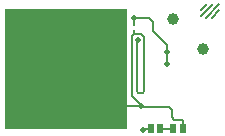
<source format=gbr>
G04 start of page 7 for group 5 idx 5 *
G04 Title: (unknown), bottom *
G04 Creator: pcb 4.2.0 *
G04 CreationDate: Tue Jun 16 07:47:16 2020 UTC *
G04 For: commonadmin *
G04 Format: Gerber/RS-274X *
G04 PCB-Dimensions (mil): 6000.00 5000.00 *
G04 PCB-Coordinate-Origin: lower left *
%MOIN*%
%FSLAX25Y25*%
%LNBOTTOM*%
%ADD36C,0.0100*%
%ADD35C,0.0200*%
%ADD34C,0.0001*%
%ADD33C,0.0394*%
%ADD32C,0.0060*%
G54D32*X61750Y10750D02*X60852Y11648D01*
X60000Y26000D02*Y32500D01*
X55500Y37000D01*
Y40000D01*
X54000Y41500D01*
X51852Y11648D02*X51500Y12000D01*
Y12500D01*
X52500Y22500D02*Y23500D01*
X51500Y12500D02*X48500Y15500D01*
X52500Y17000D02*X52000Y16500D01*
X50500D01*
X50000Y17000D01*
Y33500D01*
X52500Y17000D02*Y35000D01*
X48500Y35500D02*Y15500D01*
X65324Y4500D02*Y7176D01*
X65000Y7500D01*
X62500D01*
X61750Y8250D01*
X62176Y4500D02*X57898D01*
X54750D02*X52497D01*
X52156Y4158D01*
X61750Y8250D02*Y10750D01*
X60852Y11648D02*X51852D01*
X51500Y12000D02*X39000D01*
X26500Y24500D01*
X50000Y33500D02*X50500Y34000D01*
X52500Y35000D02*X51500Y36000D01*
X49000D01*
X48500Y35500D01*
X73500Y46000D02*X71500Y44000D01*
X75000Y41500D02*X77500Y44000D01*
X75500Y46000D02*X71500Y42000D01*
X77500Y46000D02*X73000Y41500D01*
X49000Y36000D02*Y37500D01*
X54000Y41500D02*X49000D01*
Y39000D01*
G54D33*X72250Y31000D03*
G54D34*G36*
X55734Y5877D02*X53766D01*
Y3123D01*
X55734D01*
Y5877D01*
G37*
G36*
X58882D02*X56914D01*
Y3123D01*
X58882D01*
Y5877D01*
G37*
G36*
X63160D02*X61192D01*
Y3123D01*
X63160D01*
Y5877D01*
G37*
G36*
X66308D02*X64340D01*
Y3123D01*
X66308D01*
Y5877D01*
G37*
G54D33*X62250Y41000D03*
G54D34*G36*
X6250Y44500D02*Y4500D01*
X46750D01*
Y44500D01*
X6250D01*
G37*
G54D35*X52156Y4158D03*
X51500Y12000D03*
X60000Y30000D03*
Y26000D03*
X50500Y34000D03*
X49000Y41500D03*
G54D36*M02*

</source>
